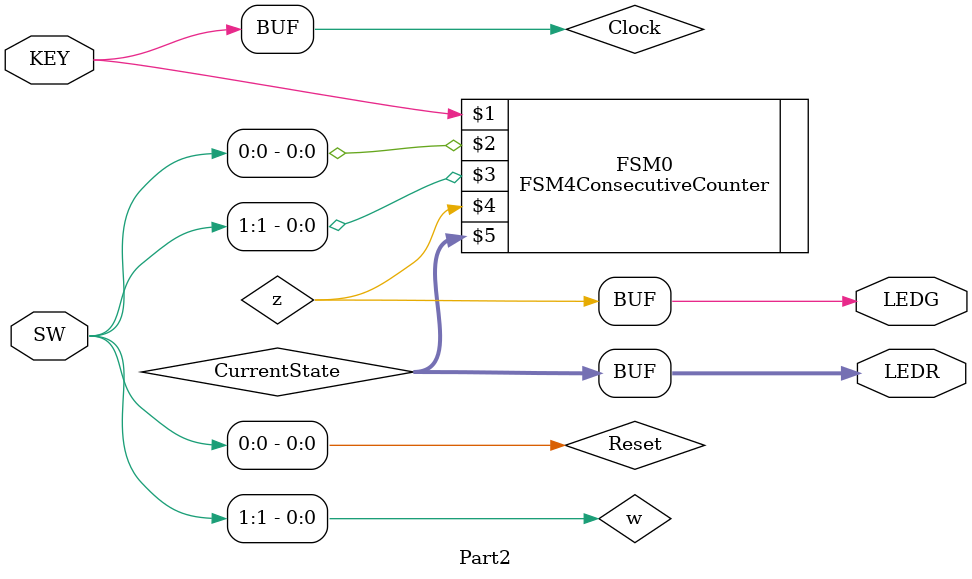
<source format=v>

module Part2 (KEY, SW, LEDG, LEDR);
   input [0:0] KEY;              // KEY0 to activate clock
   input [1:0] SW;               // SW0 = synchronous reset, SW1 = w input
   output [0:0] LEDG;            // LEDG to show output z
   output [3:0] LEDR;            // LEDR to show current state
   wire w, z, Reset, Clock;      // Wires used to make code cleaner
   
   assign Clock = KEY[0];        // Wires used to make code cleaner
   assign Reset = SW[0];         // Wires used to make code cleaner
   assign w = SW[1];             // Wires used to make code cleaner
   
   assign LEDG = z;              // LEDG to show output z
   assign LEDR = CurrentState;   // LEDR to show current state
   
   wire [3:0] CurrentState;      // Used to make Quartus recognize the State Machine

   FSM4ConsecutiveCounter FSM0(Clock, Reset, w, z, CurrentState);
   
endmodule

</source>
